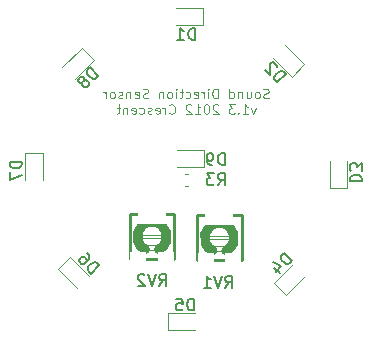
<source format=gbo>
G04 #@! TF.GenerationSoftware,KiCad,Pcbnew,(5.1.2)-1*
G04 #@! TF.CreationDate,2021-01-06T23:16:40+09:00*
G04 #@! TF.ProjectId,ssl,73736c2e-6b69-4636-9164-5f7063625858,v1.3*
G04 #@! TF.SameCoordinates,Original*
G04 #@! TF.FileFunction,Legend,Bot*
G04 #@! TF.FilePolarity,Positive*
%FSLAX46Y46*%
G04 Gerber Fmt 4.6, Leading zero omitted, Abs format (unit mm)*
G04 Created by KiCad (PCBNEW (5.1.2)-1) date 2021-01-06 23:16:40*
%MOMM*%
%LPD*%
G04 APERTURE LIST*
%ADD10C,0.120000*%
%ADD11C,0.066040*%
%ADD12C,0.254000*%
%ADD13C,0.812800*%
%ADD14C,0.150000*%
%ADD15R,1.399940X1.501540*%
%ADD16R,2.400700X1.600600*%
%ADD17C,2.302000*%
%ADD18C,1.727000*%
%ADD19O,1.802000X1.802000*%
%ADD20R,1.802000X1.802000*%
%ADD21C,1.626000*%
%ADD22C,1.626000*%
%ADD23C,0.100000*%
%ADD24C,0.977000*%
G04 APERTURE END LIST*
D10*
X107071428Y-93863809D02*
X106957142Y-93901904D01*
X106766666Y-93901904D01*
X106690476Y-93863809D01*
X106652380Y-93825714D01*
X106614285Y-93749523D01*
X106614285Y-93673333D01*
X106652380Y-93597142D01*
X106690476Y-93559047D01*
X106766666Y-93520952D01*
X106919047Y-93482857D01*
X106995238Y-93444761D01*
X107033333Y-93406666D01*
X107071428Y-93330476D01*
X107071428Y-93254285D01*
X107033333Y-93178095D01*
X106995238Y-93140000D01*
X106919047Y-93101904D01*
X106728571Y-93101904D01*
X106614285Y-93140000D01*
X106157142Y-93901904D02*
X106233333Y-93863809D01*
X106271428Y-93825714D01*
X106309523Y-93749523D01*
X106309523Y-93520952D01*
X106271428Y-93444761D01*
X106233333Y-93406666D01*
X106157142Y-93368571D01*
X106042857Y-93368571D01*
X105966666Y-93406666D01*
X105928571Y-93444761D01*
X105890476Y-93520952D01*
X105890476Y-93749523D01*
X105928571Y-93825714D01*
X105966666Y-93863809D01*
X106042857Y-93901904D01*
X106157142Y-93901904D01*
X105204761Y-93368571D02*
X105204761Y-93901904D01*
X105547619Y-93368571D02*
X105547619Y-93787619D01*
X105509523Y-93863809D01*
X105433333Y-93901904D01*
X105319047Y-93901904D01*
X105242857Y-93863809D01*
X105204761Y-93825714D01*
X104823809Y-93368571D02*
X104823809Y-93901904D01*
X104823809Y-93444761D02*
X104785714Y-93406666D01*
X104709523Y-93368571D01*
X104595238Y-93368571D01*
X104519047Y-93406666D01*
X104480952Y-93482857D01*
X104480952Y-93901904D01*
X103757142Y-93901904D02*
X103757142Y-93101904D01*
X103757142Y-93863809D02*
X103833333Y-93901904D01*
X103985714Y-93901904D01*
X104061904Y-93863809D01*
X104100000Y-93825714D01*
X104138095Y-93749523D01*
X104138095Y-93520952D01*
X104100000Y-93444761D01*
X104061904Y-93406666D01*
X103985714Y-93368571D01*
X103833333Y-93368571D01*
X103757142Y-93406666D01*
X102766666Y-93901904D02*
X102766666Y-93101904D01*
X102576190Y-93101904D01*
X102461904Y-93140000D01*
X102385714Y-93216190D01*
X102347619Y-93292380D01*
X102309523Y-93444761D01*
X102309523Y-93559047D01*
X102347619Y-93711428D01*
X102385714Y-93787619D01*
X102461904Y-93863809D01*
X102576190Y-93901904D01*
X102766666Y-93901904D01*
X101966666Y-93901904D02*
X101966666Y-93368571D01*
X101966666Y-93101904D02*
X102004761Y-93140000D01*
X101966666Y-93178095D01*
X101928571Y-93140000D01*
X101966666Y-93101904D01*
X101966666Y-93178095D01*
X101585714Y-93901904D02*
X101585714Y-93368571D01*
X101585714Y-93520952D02*
X101547619Y-93444761D01*
X101509523Y-93406666D01*
X101433333Y-93368571D01*
X101357142Y-93368571D01*
X100785714Y-93863809D02*
X100861904Y-93901904D01*
X101014285Y-93901904D01*
X101090476Y-93863809D01*
X101128571Y-93787619D01*
X101128571Y-93482857D01*
X101090476Y-93406666D01*
X101014285Y-93368571D01*
X100861904Y-93368571D01*
X100785714Y-93406666D01*
X100747619Y-93482857D01*
X100747619Y-93559047D01*
X101128571Y-93635238D01*
X100061904Y-93863809D02*
X100138095Y-93901904D01*
X100290476Y-93901904D01*
X100366666Y-93863809D01*
X100404761Y-93825714D01*
X100442857Y-93749523D01*
X100442857Y-93520952D01*
X100404761Y-93444761D01*
X100366666Y-93406666D01*
X100290476Y-93368571D01*
X100138095Y-93368571D01*
X100061904Y-93406666D01*
X99833333Y-93368571D02*
X99528571Y-93368571D01*
X99719047Y-93101904D02*
X99719047Y-93787619D01*
X99680952Y-93863809D01*
X99604761Y-93901904D01*
X99528571Y-93901904D01*
X99261904Y-93901904D02*
X99261904Y-93368571D01*
X99261904Y-93101904D02*
X99300000Y-93140000D01*
X99261904Y-93178095D01*
X99223809Y-93140000D01*
X99261904Y-93101904D01*
X99261904Y-93178095D01*
X98766666Y-93901904D02*
X98842857Y-93863809D01*
X98880952Y-93825714D01*
X98919047Y-93749523D01*
X98919047Y-93520952D01*
X98880952Y-93444761D01*
X98842857Y-93406666D01*
X98766666Y-93368571D01*
X98652380Y-93368571D01*
X98576190Y-93406666D01*
X98538095Y-93444761D01*
X98500000Y-93520952D01*
X98500000Y-93749523D01*
X98538095Y-93825714D01*
X98576190Y-93863809D01*
X98652380Y-93901904D01*
X98766666Y-93901904D01*
X98157142Y-93368571D02*
X98157142Y-93901904D01*
X98157142Y-93444761D02*
X98119047Y-93406666D01*
X98042857Y-93368571D01*
X97928571Y-93368571D01*
X97852380Y-93406666D01*
X97814285Y-93482857D01*
X97814285Y-93901904D01*
X96861904Y-93863809D02*
X96747619Y-93901904D01*
X96557142Y-93901904D01*
X96480952Y-93863809D01*
X96442857Y-93825714D01*
X96404761Y-93749523D01*
X96404761Y-93673333D01*
X96442857Y-93597142D01*
X96480952Y-93559047D01*
X96557142Y-93520952D01*
X96709523Y-93482857D01*
X96785714Y-93444761D01*
X96823809Y-93406666D01*
X96861904Y-93330476D01*
X96861904Y-93254285D01*
X96823809Y-93178095D01*
X96785714Y-93140000D01*
X96709523Y-93101904D01*
X96519047Y-93101904D01*
X96404761Y-93140000D01*
X95757142Y-93863809D02*
X95833333Y-93901904D01*
X95985714Y-93901904D01*
X96061904Y-93863809D01*
X96100000Y-93787619D01*
X96100000Y-93482857D01*
X96061904Y-93406666D01*
X95985714Y-93368571D01*
X95833333Y-93368571D01*
X95757142Y-93406666D01*
X95719047Y-93482857D01*
X95719047Y-93559047D01*
X96100000Y-93635238D01*
X95376190Y-93368571D02*
X95376190Y-93901904D01*
X95376190Y-93444761D02*
X95338095Y-93406666D01*
X95261904Y-93368571D01*
X95147619Y-93368571D01*
X95071428Y-93406666D01*
X95033333Y-93482857D01*
X95033333Y-93901904D01*
X94690476Y-93863809D02*
X94614285Y-93901904D01*
X94461904Y-93901904D01*
X94385714Y-93863809D01*
X94347619Y-93787619D01*
X94347619Y-93749523D01*
X94385714Y-93673333D01*
X94461904Y-93635238D01*
X94576190Y-93635238D01*
X94652380Y-93597142D01*
X94690476Y-93520952D01*
X94690476Y-93482857D01*
X94652380Y-93406666D01*
X94576190Y-93368571D01*
X94461904Y-93368571D01*
X94385714Y-93406666D01*
X93890476Y-93901904D02*
X93966666Y-93863809D01*
X94004761Y-93825714D01*
X94042857Y-93749523D01*
X94042857Y-93520952D01*
X94004761Y-93444761D01*
X93966666Y-93406666D01*
X93890476Y-93368571D01*
X93776190Y-93368571D01*
X93700000Y-93406666D01*
X93661904Y-93444761D01*
X93623809Y-93520952D01*
X93623809Y-93749523D01*
X93661904Y-93825714D01*
X93700000Y-93863809D01*
X93776190Y-93901904D01*
X93890476Y-93901904D01*
X93280952Y-93901904D02*
X93280952Y-93368571D01*
X93280952Y-93520952D02*
X93242857Y-93444761D01*
X93204761Y-93406666D01*
X93128571Y-93368571D01*
X93052380Y-93368571D01*
X105966666Y-94688571D02*
X105776190Y-95221904D01*
X105585714Y-94688571D01*
X104861904Y-95221904D02*
X105319047Y-95221904D01*
X105090476Y-95221904D02*
X105090476Y-94421904D01*
X105166666Y-94536190D01*
X105242857Y-94612380D01*
X105319047Y-94650476D01*
X104519047Y-95145714D02*
X104480952Y-95183809D01*
X104519047Y-95221904D01*
X104557142Y-95183809D01*
X104519047Y-95145714D01*
X104519047Y-95221904D01*
X104214285Y-94421904D02*
X103719047Y-94421904D01*
X103985714Y-94726666D01*
X103871428Y-94726666D01*
X103795238Y-94764761D01*
X103757142Y-94802857D01*
X103719047Y-94879047D01*
X103719047Y-95069523D01*
X103757142Y-95145714D01*
X103795238Y-95183809D01*
X103871428Y-95221904D01*
X104100000Y-95221904D01*
X104176190Y-95183809D01*
X104214285Y-95145714D01*
X102804761Y-94498095D02*
X102766666Y-94460000D01*
X102690476Y-94421904D01*
X102500000Y-94421904D01*
X102423809Y-94460000D01*
X102385714Y-94498095D01*
X102347619Y-94574285D01*
X102347619Y-94650476D01*
X102385714Y-94764761D01*
X102842857Y-95221904D01*
X102347619Y-95221904D01*
X101852380Y-94421904D02*
X101776190Y-94421904D01*
X101700000Y-94460000D01*
X101661904Y-94498095D01*
X101623809Y-94574285D01*
X101585714Y-94726666D01*
X101585714Y-94917142D01*
X101623809Y-95069523D01*
X101661904Y-95145714D01*
X101700000Y-95183809D01*
X101776190Y-95221904D01*
X101852380Y-95221904D01*
X101928571Y-95183809D01*
X101966666Y-95145714D01*
X102004761Y-95069523D01*
X102042857Y-94917142D01*
X102042857Y-94726666D01*
X102004761Y-94574285D01*
X101966666Y-94498095D01*
X101928571Y-94460000D01*
X101852380Y-94421904D01*
X100823809Y-95221904D02*
X101280952Y-95221904D01*
X101052380Y-95221904D02*
X101052380Y-94421904D01*
X101128571Y-94536190D01*
X101204761Y-94612380D01*
X101280952Y-94650476D01*
X100519047Y-94498095D02*
X100480952Y-94460000D01*
X100404761Y-94421904D01*
X100214285Y-94421904D01*
X100138095Y-94460000D01*
X100100000Y-94498095D01*
X100061904Y-94574285D01*
X100061904Y-94650476D01*
X100100000Y-94764761D01*
X100557142Y-95221904D01*
X100061904Y-95221904D01*
X98652380Y-95145714D02*
X98690476Y-95183809D01*
X98804761Y-95221904D01*
X98880952Y-95221904D01*
X98995238Y-95183809D01*
X99071428Y-95107619D01*
X99109523Y-95031428D01*
X99147619Y-94879047D01*
X99147619Y-94764761D01*
X99109523Y-94612380D01*
X99071428Y-94536190D01*
X98995238Y-94460000D01*
X98880952Y-94421904D01*
X98804761Y-94421904D01*
X98690476Y-94460000D01*
X98652380Y-94498095D01*
X98309523Y-95221904D02*
X98309523Y-94688571D01*
X98309523Y-94840952D02*
X98271428Y-94764761D01*
X98233333Y-94726666D01*
X98157142Y-94688571D01*
X98080952Y-94688571D01*
X97509523Y-95183809D02*
X97585714Y-95221904D01*
X97738095Y-95221904D01*
X97814285Y-95183809D01*
X97852380Y-95107619D01*
X97852380Y-94802857D01*
X97814285Y-94726666D01*
X97738095Y-94688571D01*
X97585714Y-94688571D01*
X97509523Y-94726666D01*
X97471428Y-94802857D01*
X97471428Y-94879047D01*
X97852380Y-94955238D01*
X97166666Y-95183809D02*
X97090476Y-95221904D01*
X96938095Y-95221904D01*
X96861904Y-95183809D01*
X96823809Y-95107619D01*
X96823809Y-95069523D01*
X96861904Y-94993333D01*
X96938095Y-94955238D01*
X97052380Y-94955238D01*
X97128571Y-94917142D01*
X97166666Y-94840952D01*
X97166666Y-94802857D01*
X97128571Y-94726666D01*
X97052380Y-94688571D01*
X96938095Y-94688571D01*
X96861904Y-94726666D01*
X96138095Y-95183809D02*
X96214285Y-95221904D01*
X96366666Y-95221904D01*
X96442857Y-95183809D01*
X96480952Y-95145714D01*
X96519047Y-95069523D01*
X96519047Y-94840952D01*
X96480952Y-94764761D01*
X96442857Y-94726666D01*
X96366666Y-94688571D01*
X96214285Y-94688571D01*
X96138095Y-94726666D01*
X95490476Y-95183809D02*
X95566666Y-95221904D01*
X95719047Y-95221904D01*
X95795238Y-95183809D01*
X95833333Y-95107619D01*
X95833333Y-94802857D01*
X95795238Y-94726666D01*
X95719047Y-94688571D01*
X95566666Y-94688571D01*
X95490476Y-94726666D01*
X95452380Y-94802857D01*
X95452380Y-94879047D01*
X95833333Y-94955238D01*
X95109523Y-94688571D02*
X95109523Y-95221904D01*
X95109523Y-94764761D02*
X95071428Y-94726666D01*
X94995238Y-94688571D01*
X94880952Y-94688571D01*
X94804761Y-94726666D01*
X94766666Y-94802857D01*
X94766666Y-95221904D01*
X94500000Y-94688571D02*
X94195238Y-94688571D01*
X94385714Y-94421904D02*
X94385714Y-95107619D01*
X94347619Y-95183809D01*
X94271428Y-95221904D01*
X94195238Y-95221904D01*
D11*
X97847700Y-106748080D02*
X96552300Y-106748080D01*
X96552300Y-106748080D02*
X96552300Y-106349300D01*
X97847700Y-106349300D02*
X96552300Y-106349300D01*
X97847700Y-106748080D02*
X97847700Y-106349300D01*
X98249020Y-105749860D02*
X96150980Y-105749860D01*
X96150980Y-105749860D02*
X96150980Y-105450140D01*
X98249020Y-105450140D02*
X96150980Y-105450140D01*
X98249020Y-105749860D02*
X98249020Y-105450140D01*
D12*
X99099920Y-103700080D02*
X99099920Y-107499920D01*
X99099920Y-107499920D02*
X95300080Y-107499920D01*
X95300080Y-107499920D02*
X95300080Y-103700080D01*
X95300080Y-103700080D02*
X99099920Y-103700080D01*
X99099920Y-106748080D02*
X99099920Y-103700080D01*
X99099920Y-103700080D02*
X98548740Y-103700080D01*
X95300080Y-106748080D02*
X95300080Y-103700080D01*
X95300080Y-103700080D02*
X95851260Y-103700080D01*
D13*
X96598331Y-106698602D02*
G75*
G02X97799440Y-106699820I601669J1098602D01*
G01*
D10*
X92269777Y-90669670D02*
X90654038Y-92285409D01*
X91230330Y-89630223D02*
X92269777Y-90669670D01*
X89614591Y-91245962D02*
X91230330Y-89630223D01*
X87935000Y-98515000D02*
X87935000Y-100800000D01*
X86465000Y-98515000D02*
X87935000Y-98515000D01*
X86465000Y-100800000D02*
X86465000Y-98515000D01*
X90269670Y-107330223D02*
X91885409Y-108945962D01*
X89230223Y-108369670D02*
X90269670Y-107330223D01*
X90845962Y-109985409D02*
X89230223Y-108369670D01*
X98515000Y-112065000D02*
X100800000Y-112065000D01*
X98515000Y-113535000D02*
X98515000Y-112065000D01*
X100800000Y-113535000D02*
X98515000Y-113535000D01*
X107530223Y-109530330D02*
X109145962Y-107914591D01*
X108569670Y-110569777D02*
X107530223Y-109530330D01*
X110185409Y-108954038D02*
X108569670Y-110569777D01*
X112265000Y-101485000D02*
X112265000Y-99200000D01*
X113735000Y-101485000D02*
X112265000Y-101485000D01*
X113735000Y-99200000D02*
X113735000Y-101485000D01*
X109030330Y-92069777D02*
X107414591Y-90454038D01*
X110069777Y-91030330D02*
X109030330Y-92069777D01*
X108454038Y-89414591D02*
X110069777Y-91030330D01*
X101485000Y-87735000D02*
X99200000Y-87735000D01*
X101485000Y-86265000D02*
X101485000Y-87735000D01*
X99200000Y-86265000D02*
X101485000Y-86265000D01*
D13*
X102298331Y-106796602D02*
G75*
G02X103499440Y-106797820I601669J1098602D01*
G01*
D12*
X101000080Y-103798080D02*
X101551260Y-103798080D01*
X101000080Y-106846080D02*
X101000080Y-103798080D01*
X104799920Y-103798080D02*
X104248740Y-103798080D01*
X104799920Y-106846080D02*
X104799920Y-103798080D01*
X101000080Y-103798080D02*
X104799920Y-103798080D01*
X101000080Y-107597920D02*
X101000080Y-103798080D01*
X104799920Y-107597920D02*
X101000080Y-107597920D01*
X104799920Y-103798080D02*
X104799920Y-107597920D01*
D11*
X103949020Y-105847860D02*
X103949020Y-105548140D01*
X103949020Y-105548140D02*
X101850980Y-105548140D01*
X101850980Y-105847860D02*
X101850980Y-105548140D01*
X103949020Y-105847860D02*
X101850980Y-105847860D01*
X103547700Y-106846080D02*
X103547700Y-106447300D01*
X103547700Y-106447300D02*
X102252300Y-106447300D01*
X102252300Y-106846080D02*
X102252300Y-106447300D01*
X103547700Y-106846080D02*
X102252300Y-106846080D01*
D10*
X99300000Y-98265000D02*
X101585000Y-98265000D01*
X101585000Y-98265000D02*
X101585000Y-99735000D01*
X101585000Y-99735000D02*
X99300000Y-99735000D01*
X99949221Y-101310000D02*
X100274779Y-101310000D01*
X99949221Y-100290000D02*
X100274779Y-100290000D01*
D14*
X97795238Y-109802380D02*
X98128571Y-109326190D01*
X98366666Y-109802380D02*
X98366666Y-108802380D01*
X97985714Y-108802380D01*
X97890476Y-108850000D01*
X97842857Y-108897619D01*
X97795238Y-108992857D01*
X97795238Y-109135714D01*
X97842857Y-109230952D01*
X97890476Y-109278571D01*
X97985714Y-109326190D01*
X98366666Y-109326190D01*
X97509523Y-108802380D02*
X97176190Y-109802380D01*
X96842857Y-108802380D01*
X96557142Y-108897619D02*
X96509523Y-108850000D01*
X96414285Y-108802380D01*
X96176190Y-108802380D01*
X96080952Y-108850000D01*
X96033333Y-108897619D01*
X95985714Y-108992857D01*
X95985714Y-109088095D01*
X96033333Y-109230952D01*
X96604761Y-109802380D01*
X95985714Y-109802380D01*
X92641793Y-91997969D02*
X91934687Y-91290862D01*
X91766328Y-91459221D01*
X91698984Y-91593908D01*
X91698984Y-91728595D01*
X91732656Y-91829610D01*
X91833671Y-91997969D01*
X91934687Y-92098984D01*
X92103045Y-92200000D01*
X92204061Y-92233671D01*
X92338748Y-92233671D01*
X92473435Y-92166328D01*
X92641793Y-91997969D01*
X91429610Y-92402030D02*
X91463282Y-92301015D01*
X91463282Y-92233671D01*
X91429610Y-92132656D01*
X91395938Y-92098984D01*
X91294923Y-92065312D01*
X91227580Y-92065312D01*
X91126564Y-92098984D01*
X90991877Y-92233671D01*
X90958206Y-92334687D01*
X90958206Y-92402030D01*
X90991877Y-92503045D01*
X91025549Y-92536717D01*
X91126564Y-92570389D01*
X91193908Y-92570389D01*
X91294923Y-92536717D01*
X91429610Y-92402030D01*
X91530625Y-92368358D01*
X91597969Y-92368358D01*
X91698984Y-92402030D01*
X91833671Y-92536717D01*
X91867343Y-92637732D01*
X91867343Y-92705076D01*
X91833671Y-92806091D01*
X91698984Y-92940778D01*
X91597969Y-92974450D01*
X91530625Y-92974450D01*
X91429610Y-92940778D01*
X91294923Y-92806091D01*
X91261251Y-92705076D01*
X91261251Y-92637732D01*
X91294923Y-92536717D01*
X86152380Y-99261904D02*
X85152380Y-99261904D01*
X85152380Y-99500000D01*
X85200000Y-99642857D01*
X85295238Y-99738095D01*
X85390476Y-99785714D01*
X85580952Y-99833333D01*
X85723809Y-99833333D01*
X85914285Y-99785714D01*
X86009523Y-99738095D01*
X86104761Y-99642857D01*
X86152380Y-99500000D01*
X86152380Y-99261904D01*
X85152380Y-100166666D02*
X85152380Y-100833333D01*
X86152380Y-100404761D01*
X92002030Y-108741793D02*
X92709137Y-108034687D01*
X92540778Y-107866328D01*
X92406091Y-107798984D01*
X92271404Y-107798984D01*
X92170389Y-107832656D01*
X92002030Y-107933671D01*
X91901015Y-108034687D01*
X91800000Y-108203045D01*
X91766328Y-108304061D01*
X91766328Y-108438748D01*
X91833671Y-108573435D01*
X92002030Y-108741793D01*
X91698984Y-107024534D02*
X91833671Y-107159221D01*
X91867343Y-107260236D01*
X91867343Y-107327580D01*
X91833671Y-107495938D01*
X91732656Y-107664297D01*
X91463282Y-107933671D01*
X91362267Y-107967343D01*
X91294923Y-107967343D01*
X91193908Y-107933671D01*
X91059221Y-107798984D01*
X91025549Y-107697969D01*
X91025549Y-107630625D01*
X91059221Y-107529610D01*
X91227580Y-107361251D01*
X91328595Y-107327580D01*
X91395938Y-107327580D01*
X91496954Y-107361251D01*
X91631641Y-107495938D01*
X91665312Y-107596954D01*
X91665312Y-107664297D01*
X91631641Y-107765312D01*
X100738095Y-111852380D02*
X100738095Y-110852380D01*
X100500000Y-110852380D01*
X100357142Y-110900000D01*
X100261904Y-110995238D01*
X100214285Y-111090476D01*
X100166666Y-111280952D01*
X100166666Y-111423809D01*
X100214285Y-111614285D01*
X100261904Y-111709523D01*
X100357142Y-111804761D01*
X100500000Y-111852380D01*
X100738095Y-111852380D01*
X99261904Y-110852380D02*
X99738095Y-110852380D01*
X99785714Y-111328571D01*
X99738095Y-111280952D01*
X99642857Y-111233333D01*
X99404761Y-111233333D01*
X99309523Y-111280952D01*
X99261904Y-111328571D01*
X99214285Y-111423809D01*
X99214285Y-111661904D01*
X99261904Y-111757142D01*
X99309523Y-111804761D01*
X99404761Y-111852380D01*
X99642857Y-111852380D01*
X99738095Y-111804761D01*
X99785714Y-111757142D01*
X109041792Y-107697969D02*
X108334686Y-106990862D01*
X108166327Y-107159221D01*
X108098983Y-107293908D01*
X108098983Y-107428595D01*
X108132655Y-107529610D01*
X108233670Y-107697969D01*
X108334686Y-107798984D01*
X108503044Y-107900000D01*
X108604060Y-107933671D01*
X108738747Y-107933671D01*
X108873434Y-107866328D01*
X109041792Y-107697969D01*
X107560235Y-108236717D02*
X108031640Y-108708122D01*
X107459220Y-107798984D02*
X108132655Y-108135702D01*
X107694922Y-108573435D01*
X113947619Y-100938095D02*
X114947619Y-100938095D01*
X114947619Y-100700000D01*
X114900000Y-100557142D01*
X114804761Y-100461904D01*
X114709523Y-100414285D01*
X114519047Y-100366666D01*
X114376190Y-100366666D01*
X114185714Y-100414285D01*
X114090476Y-100461904D01*
X113995238Y-100557142D01*
X113947619Y-100700000D01*
X113947619Y-100938095D01*
X114947619Y-100033333D02*
X114947619Y-99414285D01*
X114566666Y-99747619D01*
X114566666Y-99604761D01*
X114519047Y-99509523D01*
X114471428Y-99461904D01*
X114376190Y-99414285D01*
X114138095Y-99414285D01*
X114042857Y-99461904D01*
X113995238Y-99509523D01*
X113947619Y-99604761D01*
X113947619Y-99890476D01*
X113995238Y-99985714D01*
X114042857Y-100033333D01*
X107802030Y-92541793D02*
X108509137Y-91834687D01*
X108340778Y-91666328D01*
X108206091Y-91598984D01*
X108071404Y-91598984D01*
X107970389Y-91632656D01*
X107802030Y-91733671D01*
X107701015Y-91834687D01*
X107600000Y-92003045D01*
X107566328Y-92104061D01*
X107566328Y-92238748D01*
X107633671Y-92373435D01*
X107802030Y-92541793D01*
X107768358Y-91228595D02*
X107768358Y-91161251D01*
X107734687Y-91060236D01*
X107566328Y-90891877D01*
X107465312Y-90858206D01*
X107397969Y-90858206D01*
X107296954Y-90891877D01*
X107229610Y-90959221D01*
X107162267Y-91093908D01*
X107162267Y-91902030D01*
X106724534Y-91464297D01*
X100838095Y-88952380D02*
X100838095Y-87952380D01*
X100600000Y-87952380D01*
X100457142Y-88000000D01*
X100361904Y-88095238D01*
X100314285Y-88190476D01*
X100266666Y-88380952D01*
X100266666Y-88523809D01*
X100314285Y-88714285D01*
X100361904Y-88809523D01*
X100457142Y-88904761D01*
X100600000Y-88952380D01*
X100838095Y-88952380D01*
X99314285Y-88952380D02*
X99885714Y-88952380D01*
X99600000Y-88952380D02*
X99600000Y-87952380D01*
X99695238Y-88095238D01*
X99790476Y-88190476D01*
X99885714Y-88238095D01*
X103395238Y-109952060D02*
X103728571Y-109475870D01*
X103966666Y-109952060D02*
X103966666Y-108952060D01*
X103585714Y-108952060D01*
X103490476Y-108999680D01*
X103442857Y-109047299D01*
X103395238Y-109142537D01*
X103395238Y-109285394D01*
X103442857Y-109380632D01*
X103490476Y-109428251D01*
X103585714Y-109475870D01*
X103966666Y-109475870D01*
X103109523Y-108952060D02*
X102776190Y-109952060D01*
X102442857Y-108952060D01*
X101585714Y-109952060D02*
X102157142Y-109952060D01*
X101871428Y-109952060D02*
X101871428Y-108952060D01*
X101966666Y-109094918D01*
X102061904Y-109190156D01*
X102157142Y-109237775D01*
X103338095Y-99552380D02*
X103338095Y-98552380D01*
X103100000Y-98552380D01*
X102957142Y-98600000D01*
X102861904Y-98695238D01*
X102814285Y-98790476D01*
X102766666Y-98980952D01*
X102766666Y-99123809D01*
X102814285Y-99314285D01*
X102861904Y-99409523D01*
X102957142Y-99504761D01*
X103100000Y-99552380D01*
X103338095Y-99552380D01*
X102290476Y-99552380D02*
X102100000Y-99552380D01*
X102004761Y-99504761D01*
X101957142Y-99457142D01*
X101861904Y-99314285D01*
X101814285Y-99123809D01*
X101814285Y-98742857D01*
X101861904Y-98647619D01*
X101909523Y-98600000D01*
X102004761Y-98552380D01*
X102195238Y-98552380D01*
X102290476Y-98600000D01*
X102338095Y-98647619D01*
X102385714Y-98742857D01*
X102385714Y-98980952D01*
X102338095Y-99076190D01*
X102290476Y-99123809D01*
X102195238Y-99171428D01*
X102004761Y-99171428D01*
X101909523Y-99123809D01*
X101861904Y-99076190D01*
X101814285Y-98980952D01*
X102766166Y-101252380D02*
X103099500Y-100776190D01*
X103337595Y-101252380D02*
X103337595Y-100252380D01*
X102956642Y-100252380D01*
X102861404Y-100300000D01*
X102813785Y-100347619D01*
X102766166Y-100442857D01*
X102766166Y-100585714D01*
X102813785Y-100680952D01*
X102861404Y-100728571D01*
X102956642Y-100776190D01*
X103337595Y-100776190D01*
X102432833Y-100252380D02*
X101813785Y-100252380D01*
X102147119Y-100633333D01*
X102004261Y-100633333D01*
X101909023Y-100680952D01*
X101861404Y-100728571D01*
X101813785Y-100823809D01*
X101813785Y-101061904D01*
X101861404Y-101157142D01*
X101909023Y-101204761D01*
X102004261Y-101252380D01*
X102289976Y-101252380D01*
X102385214Y-101204761D01*
X102432833Y-101157142D01*
%LPC*%
D15*
X98348080Y-107649780D03*
D16*
X97200000Y-103801680D03*
D15*
X96051920Y-107649780D03*
D17*
X112200000Y-112200000D03*
X112200000Y-87900000D03*
X87900000Y-112200000D03*
D18*
X82000000Y-100000000D03*
X100000000Y-118000000D03*
X118000000Y-100000000D03*
X100000000Y-82000000D03*
D19*
X110700000Y-103720000D03*
X110700000Y-101180000D03*
X110700000Y-98640000D03*
D20*
X110700000Y-96100000D03*
D19*
X89300000Y-102780000D03*
X89300000Y-100240000D03*
D20*
X89300000Y-97700000D03*
D21*
X90514241Y-86685759D03*
D22*
X90416660Y-86588178D02*
X90611822Y-86783340D01*
D21*
X89100027Y-88099973D03*
D22*
X89002446Y-88002392D02*
X89197608Y-88197554D01*
D21*
X87685814Y-89514186D03*
D22*
X87588233Y-89416605D02*
X87783395Y-89611767D01*
D21*
X86271600Y-90928400D03*
D22*
X86174019Y-90830819D02*
X86369181Y-91025981D01*
D23*
G36*
X90140577Y-91141835D02*
G01*
X90164287Y-91145352D01*
X90187538Y-91151176D01*
X90210106Y-91159251D01*
X90231775Y-91169500D01*
X90252334Y-91181823D01*
X90271587Y-91196101D01*
X90289347Y-91212198D01*
X90687802Y-91610653D01*
X90703899Y-91628413D01*
X90718177Y-91647666D01*
X90730500Y-91668225D01*
X90740749Y-91689894D01*
X90748824Y-91712462D01*
X90754648Y-91735713D01*
X90758165Y-91759423D01*
X90759341Y-91783364D01*
X90758165Y-91807305D01*
X90754648Y-91831015D01*
X90748824Y-91854266D01*
X90740749Y-91876834D01*
X90730500Y-91898503D01*
X90718177Y-91919062D01*
X90703899Y-91938315D01*
X90687802Y-91956075D01*
X90342381Y-92301496D01*
X90324621Y-92317593D01*
X90305368Y-92331871D01*
X90284809Y-92344194D01*
X90263140Y-92354443D01*
X90240572Y-92362518D01*
X90217321Y-92368342D01*
X90193611Y-92371859D01*
X90169670Y-92373035D01*
X90145729Y-92371859D01*
X90122019Y-92368342D01*
X90098768Y-92362518D01*
X90076200Y-92354443D01*
X90054531Y-92344194D01*
X90033972Y-92331871D01*
X90014719Y-92317593D01*
X89996959Y-92301496D01*
X89598504Y-91903041D01*
X89582407Y-91885281D01*
X89568129Y-91866028D01*
X89555806Y-91845469D01*
X89545557Y-91823800D01*
X89537482Y-91801232D01*
X89531658Y-91777981D01*
X89528141Y-91754271D01*
X89526965Y-91730330D01*
X89528141Y-91706389D01*
X89531658Y-91682679D01*
X89537482Y-91659428D01*
X89545557Y-91636860D01*
X89555806Y-91615191D01*
X89568129Y-91594632D01*
X89582407Y-91575379D01*
X89598504Y-91557619D01*
X89943925Y-91212198D01*
X89961685Y-91196101D01*
X89980938Y-91181823D01*
X90001497Y-91169500D01*
X90023166Y-91159251D01*
X90045734Y-91151176D01*
X90068985Y-91145352D01*
X90092695Y-91141835D01*
X90116636Y-91140659D01*
X90140577Y-91141835D01*
X90140577Y-91141835D01*
G37*
D24*
X90143153Y-91756847D03*
D23*
G36*
X91254271Y-90028141D02*
G01*
X91277981Y-90031658D01*
X91301232Y-90037482D01*
X91323800Y-90045557D01*
X91345469Y-90055806D01*
X91366028Y-90068129D01*
X91385281Y-90082407D01*
X91403041Y-90098504D01*
X91801496Y-90496959D01*
X91817593Y-90514719D01*
X91831871Y-90533972D01*
X91844194Y-90554531D01*
X91854443Y-90576200D01*
X91862518Y-90598768D01*
X91868342Y-90622019D01*
X91871859Y-90645729D01*
X91873035Y-90669670D01*
X91871859Y-90693611D01*
X91868342Y-90717321D01*
X91862518Y-90740572D01*
X91854443Y-90763140D01*
X91844194Y-90784809D01*
X91831871Y-90805368D01*
X91817593Y-90824621D01*
X91801496Y-90842381D01*
X91456075Y-91187802D01*
X91438315Y-91203899D01*
X91419062Y-91218177D01*
X91398503Y-91230500D01*
X91376834Y-91240749D01*
X91354266Y-91248824D01*
X91331015Y-91254648D01*
X91307305Y-91258165D01*
X91283364Y-91259341D01*
X91259423Y-91258165D01*
X91235713Y-91254648D01*
X91212462Y-91248824D01*
X91189894Y-91240749D01*
X91168225Y-91230500D01*
X91147666Y-91218177D01*
X91128413Y-91203899D01*
X91110653Y-91187802D01*
X90712198Y-90789347D01*
X90696101Y-90771587D01*
X90681823Y-90752334D01*
X90669500Y-90731775D01*
X90659251Y-90710106D01*
X90651176Y-90687538D01*
X90645352Y-90664287D01*
X90641835Y-90640577D01*
X90640659Y-90616636D01*
X90641835Y-90592695D01*
X90645352Y-90568985D01*
X90651176Y-90545734D01*
X90659251Y-90523166D01*
X90669500Y-90501497D01*
X90681823Y-90480938D01*
X90696101Y-90461685D01*
X90712198Y-90443925D01*
X91057619Y-90098504D01*
X91075379Y-90082407D01*
X91094632Y-90068129D01*
X91115191Y-90055806D01*
X91136860Y-90045557D01*
X91159428Y-90037482D01*
X91182679Y-90031658D01*
X91206389Y-90028141D01*
X91230330Y-90026965D01*
X91254271Y-90028141D01*
X91254271Y-90028141D01*
G37*
D24*
X91256847Y-90643153D03*
D23*
G36*
X87505691Y-100300176D02*
G01*
X87529401Y-100303693D01*
X87552652Y-100309517D01*
X87575220Y-100317592D01*
X87596889Y-100327841D01*
X87617448Y-100340164D01*
X87636701Y-100354442D01*
X87654461Y-100370539D01*
X87670558Y-100388299D01*
X87684836Y-100407552D01*
X87697159Y-100428111D01*
X87707408Y-100449780D01*
X87715483Y-100472348D01*
X87721307Y-100495599D01*
X87724824Y-100519309D01*
X87726000Y-100543250D01*
X87726000Y-101031750D01*
X87724824Y-101055691D01*
X87721307Y-101079401D01*
X87715483Y-101102652D01*
X87707408Y-101125220D01*
X87697159Y-101146889D01*
X87684836Y-101167448D01*
X87670558Y-101186701D01*
X87654461Y-101204461D01*
X87636701Y-101220558D01*
X87617448Y-101234836D01*
X87596889Y-101247159D01*
X87575220Y-101257408D01*
X87552652Y-101265483D01*
X87529401Y-101271307D01*
X87505691Y-101274824D01*
X87481750Y-101276000D01*
X86918250Y-101276000D01*
X86894309Y-101274824D01*
X86870599Y-101271307D01*
X86847348Y-101265483D01*
X86824780Y-101257408D01*
X86803111Y-101247159D01*
X86782552Y-101234836D01*
X86763299Y-101220558D01*
X86745539Y-101204461D01*
X86729442Y-101186701D01*
X86715164Y-101167448D01*
X86702841Y-101146889D01*
X86692592Y-101125220D01*
X86684517Y-101102652D01*
X86678693Y-101079401D01*
X86675176Y-101055691D01*
X86674000Y-101031750D01*
X86674000Y-100543250D01*
X86675176Y-100519309D01*
X86678693Y-100495599D01*
X86684517Y-100472348D01*
X86692592Y-100449780D01*
X86702841Y-100428111D01*
X86715164Y-100407552D01*
X86729442Y-100388299D01*
X86745539Y-100370539D01*
X86763299Y-100354442D01*
X86782552Y-100340164D01*
X86803111Y-100327841D01*
X86824780Y-100317592D01*
X86847348Y-100309517D01*
X86870599Y-100303693D01*
X86894309Y-100300176D01*
X86918250Y-100299000D01*
X87481750Y-100299000D01*
X87505691Y-100300176D01*
X87505691Y-100300176D01*
G37*
D24*
X87200000Y-100787500D03*
D23*
G36*
X87505691Y-98725176D02*
G01*
X87529401Y-98728693D01*
X87552652Y-98734517D01*
X87575220Y-98742592D01*
X87596889Y-98752841D01*
X87617448Y-98765164D01*
X87636701Y-98779442D01*
X87654461Y-98795539D01*
X87670558Y-98813299D01*
X87684836Y-98832552D01*
X87697159Y-98853111D01*
X87707408Y-98874780D01*
X87715483Y-98897348D01*
X87721307Y-98920599D01*
X87724824Y-98944309D01*
X87726000Y-98968250D01*
X87726000Y-99456750D01*
X87724824Y-99480691D01*
X87721307Y-99504401D01*
X87715483Y-99527652D01*
X87707408Y-99550220D01*
X87697159Y-99571889D01*
X87684836Y-99592448D01*
X87670558Y-99611701D01*
X87654461Y-99629461D01*
X87636701Y-99645558D01*
X87617448Y-99659836D01*
X87596889Y-99672159D01*
X87575220Y-99682408D01*
X87552652Y-99690483D01*
X87529401Y-99696307D01*
X87505691Y-99699824D01*
X87481750Y-99701000D01*
X86918250Y-99701000D01*
X86894309Y-99699824D01*
X86870599Y-99696307D01*
X86847348Y-99690483D01*
X86824780Y-99682408D01*
X86803111Y-99672159D01*
X86782552Y-99659836D01*
X86763299Y-99645558D01*
X86745539Y-99629461D01*
X86729442Y-99611701D01*
X86715164Y-99592448D01*
X86702841Y-99571889D01*
X86692592Y-99550220D01*
X86684517Y-99527652D01*
X86678693Y-99504401D01*
X86675176Y-99480691D01*
X86674000Y-99456750D01*
X86674000Y-98968250D01*
X86675176Y-98944309D01*
X86678693Y-98920599D01*
X86684517Y-98897348D01*
X86692592Y-98874780D01*
X86702841Y-98853111D01*
X86715164Y-98832552D01*
X86729442Y-98813299D01*
X86745539Y-98795539D01*
X86763299Y-98779442D01*
X86782552Y-98765164D01*
X86803111Y-98752841D01*
X86824780Y-98742592D01*
X86847348Y-98734517D01*
X86870599Y-98728693D01*
X86894309Y-98725176D01*
X86918250Y-98724000D01*
X87481750Y-98724000D01*
X87505691Y-98725176D01*
X87505691Y-98725176D01*
G37*
D24*
X87200000Y-99212500D03*
D23*
G36*
X91407305Y-108841835D02*
G01*
X91431015Y-108845352D01*
X91454266Y-108851176D01*
X91476834Y-108859251D01*
X91498503Y-108869500D01*
X91519062Y-108881823D01*
X91538315Y-108896101D01*
X91556075Y-108912198D01*
X91901496Y-109257619D01*
X91917593Y-109275379D01*
X91931871Y-109294632D01*
X91944194Y-109315191D01*
X91954443Y-109336860D01*
X91962518Y-109359428D01*
X91968342Y-109382679D01*
X91971859Y-109406389D01*
X91973035Y-109430330D01*
X91971859Y-109454271D01*
X91968342Y-109477981D01*
X91962518Y-109501232D01*
X91954443Y-109523800D01*
X91944194Y-109545469D01*
X91931871Y-109566028D01*
X91917593Y-109585281D01*
X91901496Y-109603041D01*
X91503041Y-110001496D01*
X91485281Y-110017593D01*
X91466028Y-110031871D01*
X91445469Y-110044194D01*
X91423800Y-110054443D01*
X91401232Y-110062518D01*
X91377981Y-110068342D01*
X91354271Y-110071859D01*
X91330330Y-110073035D01*
X91306389Y-110071859D01*
X91282679Y-110068342D01*
X91259428Y-110062518D01*
X91236860Y-110054443D01*
X91215191Y-110044194D01*
X91194632Y-110031871D01*
X91175379Y-110017593D01*
X91157619Y-110001496D01*
X90812198Y-109656075D01*
X90796101Y-109638315D01*
X90781823Y-109619062D01*
X90769500Y-109598503D01*
X90759251Y-109576834D01*
X90751176Y-109554266D01*
X90745352Y-109531015D01*
X90741835Y-109507305D01*
X90740659Y-109483364D01*
X90741835Y-109459423D01*
X90745352Y-109435713D01*
X90751176Y-109412462D01*
X90759251Y-109389894D01*
X90769500Y-109368225D01*
X90781823Y-109347666D01*
X90796101Y-109328413D01*
X90812198Y-109310653D01*
X91210653Y-108912198D01*
X91228413Y-108896101D01*
X91247666Y-108881823D01*
X91268225Y-108869500D01*
X91289894Y-108859251D01*
X91312462Y-108851176D01*
X91335713Y-108845352D01*
X91359423Y-108841835D01*
X91383364Y-108840659D01*
X91407305Y-108841835D01*
X91407305Y-108841835D01*
G37*
D24*
X91356847Y-109456847D03*
D23*
G36*
X90293611Y-107728141D02*
G01*
X90317321Y-107731658D01*
X90340572Y-107737482D01*
X90363140Y-107745557D01*
X90384809Y-107755806D01*
X90405368Y-107768129D01*
X90424621Y-107782407D01*
X90442381Y-107798504D01*
X90787802Y-108143925D01*
X90803899Y-108161685D01*
X90818177Y-108180938D01*
X90830500Y-108201497D01*
X90840749Y-108223166D01*
X90848824Y-108245734D01*
X90854648Y-108268985D01*
X90858165Y-108292695D01*
X90859341Y-108316636D01*
X90858165Y-108340577D01*
X90854648Y-108364287D01*
X90848824Y-108387538D01*
X90840749Y-108410106D01*
X90830500Y-108431775D01*
X90818177Y-108452334D01*
X90803899Y-108471587D01*
X90787802Y-108489347D01*
X90389347Y-108887802D01*
X90371587Y-108903899D01*
X90352334Y-108918177D01*
X90331775Y-108930500D01*
X90310106Y-108940749D01*
X90287538Y-108948824D01*
X90264287Y-108954648D01*
X90240577Y-108958165D01*
X90216636Y-108959341D01*
X90192695Y-108958165D01*
X90168985Y-108954648D01*
X90145734Y-108948824D01*
X90123166Y-108940749D01*
X90101497Y-108930500D01*
X90080938Y-108918177D01*
X90061685Y-108903899D01*
X90043925Y-108887802D01*
X89698504Y-108542381D01*
X89682407Y-108524621D01*
X89668129Y-108505368D01*
X89655806Y-108484809D01*
X89645557Y-108463140D01*
X89637482Y-108440572D01*
X89631658Y-108417321D01*
X89628141Y-108393611D01*
X89626965Y-108369670D01*
X89628141Y-108345729D01*
X89631658Y-108322019D01*
X89637482Y-108298768D01*
X89645557Y-108276200D01*
X89655806Y-108254531D01*
X89668129Y-108233972D01*
X89682407Y-108214719D01*
X89698504Y-108196959D01*
X90096959Y-107798504D01*
X90114719Y-107782407D01*
X90133972Y-107768129D01*
X90154531Y-107755806D01*
X90176200Y-107745557D01*
X90198768Y-107737482D01*
X90222019Y-107731658D01*
X90245729Y-107728141D01*
X90269670Y-107726965D01*
X90293611Y-107728141D01*
X90293611Y-107728141D01*
G37*
D24*
X90243153Y-108343153D03*
D23*
G36*
X101055691Y-112275176D02*
G01*
X101079401Y-112278693D01*
X101102652Y-112284517D01*
X101125220Y-112292592D01*
X101146889Y-112302841D01*
X101167448Y-112315164D01*
X101186701Y-112329442D01*
X101204461Y-112345539D01*
X101220558Y-112363299D01*
X101234836Y-112382552D01*
X101247159Y-112403111D01*
X101257408Y-112424780D01*
X101265483Y-112447348D01*
X101271307Y-112470599D01*
X101274824Y-112494309D01*
X101276000Y-112518250D01*
X101276000Y-113081750D01*
X101274824Y-113105691D01*
X101271307Y-113129401D01*
X101265483Y-113152652D01*
X101257408Y-113175220D01*
X101247159Y-113196889D01*
X101234836Y-113217448D01*
X101220558Y-113236701D01*
X101204461Y-113254461D01*
X101186701Y-113270558D01*
X101167448Y-113284836D01*
X101146889Y-113297159D01*
X101125220Y-113307408D01*
X101102652Y-113315483D01*
X101079401Y-113321307D01*
X101055691Y-113324824D01*
X101031750Y-113326000D01*
X100543250Y-113326000D01*
X100519309Y-113324824D01*
X100495599Y-113321307D01*
X100472348Y-113315483D01*
X100449780Y-113307408D01*
X100428111Y-113297159D01*
X100407552Y-113284836D01*
X100388299Y-113270558D01*
X100370539Y-113254461D01*
X100354442Y-113236701D01*
X100340164Y-113217448D01*
X100327841Y-113196889D01*
X100317592Y-113175220D01*
X100309517Y-113152652D01*
X100303693Y-113129401D01*
X100300176Y-113105691D01*
X100299000Y-113081750D01*
X100299000Y-112518250D01*
X100300176Y-112494309D01*
X100303693Y-112470599D01*
X100309517Y-112447348D01*
X100317592Y-112424780D01*
X100327841Y-112403111D01*
X100340164Y-112382552D01*
X100354442Y-112363299D01*
X100370539Y-112345539D01*
X100388299Y-112329442D01*
X100407552Y-112315164D01*
X100428111Y-112302841D01*
X100449780Y-112292592D01*
X100472348Y-112284517D01*
X100495599Y-112278693D01*
X100519309Y-112275176D01*
X100543250Y-112274000D01*
X101031750Y-112274000D01*
X101055691Y-112275176D01*
X101055691Y-112275176D01*
G37*
D24*
X100787500Y-112800000D03*
D23*
G36*
X99480691Y-112275176D02*
G01*
X99504401Y-112278693D01*
X99527652Y-112284517D01*
X99550220Y-112292592D01*
X99571889Y-112302841D01*
X99592448Y-112315164D01*
X99611701Y-112329442D01*
X99629461Y-112345539D01*
X99645558Y-112363299D01*
X99659836Y-112382552D01*
X99672159Y-112403111D01*
X99682408Y-112424780D01*
X99690483Y-112447348D01*
X99696307Y-112470599D01*
X99699824Y-112494309D01*
X99701000Y-112518250D01*
X99701000Y-113081750D01*
X99699824Y-113105691D01*
X99696307Y-113129401D01*
X99690483Y-113152652D01*
X99682408Y-113175220D01*
X99672159Y-113196889D01*
X99659836Y-113217448D01*
X99645558Y-113236701D01*
X99629461Y-113254461D01*
X99611701Y-113270558D01*
X99592448Y-113284836D01*
X99571889Y-113297159D01*
X99550220Y-113307408D01*
X99527652Y-113315483D01*
X99504401Y-113321307D01*
X99480691Y-113324824D01*
X99456750Y-113326000D01*
X98968250Y-113326000D01*
X98944309Y-113324824D01*
X98920599Y-113321307D01*
X98897348Y-113315483D01*
X98874780Y-113307408D01*
X98853111Y-113297159D01*
X98832552Y-113284836D01*
X98813299Y-113270558D01*
X98795539Y-113254461D01*
X98779442Y-113236701D01*
X98765164Y-113217448D01*
X98752841Y-113196889D01*
X98742592Y-113175220D01*
X98734517Y-113152652D01*
X98728693Y-113129401D01*
X98725176Y-113105691D01*
X98724000Y-113081750D01*
X98724000Y-112518250D01*
X98725176Y-112494309D01*
X98728693Y-112470599D01*
X98734517Y-112447348D01*
X98742592Y-112424780D01*
X98752841Y-112403111D01*
X98765164Y-112382552D01*
X98779442Y-112363299D01*
X98795539Y-112345539D01*
X98813299Y-112329442D01*
X98832552Y-112315164D01*
X98853111Y-112302841D01*
X98874780Y-112292592D01*
X98897348Y-112284517D01*
X98920599Y-112278693D01*
X98944309Y-112275176D01*
X98968250Y-112274000D01*
X99456750Y-112274000D01*
X99480691Y-112275176D01*
X99480691Y-112275176D01*
G37*
D24*
X99212500Y-112800000D03*
D23*
G36*
X109654271Y-107828141D02*
G01*
X109677981Y-107831658D01*
X109701232Y-107837482D01*
X109723800Y-107845557D01*
X109745469Y-107855806D01*
X109766028Y-107868129D01*
X109785281Y-107882407D01*
X109803041Y-107898504D01*
X110201496Y-108296959D01*
X110217593Y-108314719D01*
X110231871Y-108333972D01*
X110244194Y-108354531D01*
X110254443Y-108376200D01*
X110262518Y-108398768D01*
X110268342Y-108422019D01*
X110271859Y-108445729D01*
X110273035Y-108469670D01*
X110271859Y-108493611D01*
X110268342Y-108517321D01*
X110262518Y-108540572D01*
X110254443Y-108563140D01*
X110244194Y-108584809D01*
X110231871Y-108605368D01*
X110217593Y-108624621D01*
X110201496Y-108642381D01*
X109856075Y-108987802D01*
X109838315Y-109003899D01*
X109819062Y-109018177D01*
X109798503Y-109030500D01*
X109776834Y-109040749D01*
X109754266Y-109048824D01*
X109731015Y-109054648D01*
X109707305Y-109058165D01*
X109683364Y-109059341D01*
X109659423Y-109058165D01*
X109635713Y-109054648D01*
X109612462Y-109048824D01*
X109589894Y-109040749D01*
X109568225Y-109030500D01*
X109547666Y-109018177D01*
X109528413Y-109003899D01*
X109510653Y-108987802D01*
X109112198Y-108589347D01*
X109096101Y-108571587D01*
X109081823Y-108552334D01*
X109069500Y-108531775D01*
X109059251Y-108510106D01*
X109051176Y-108487538D01*
X109045352Y-108464287D01*
X109041835Y-108440577D01*
X109040659Y-108416636D01*
X109041835Y-108392695D01*
X109045352Y-108368985D01*
X109051176Y-108345734D01*
X109059251Y-108323166D01*
X109069500Y-108301497D01*
X109081823Y-108280938D01*
X109096101Y-108261685D01*
X109112198Y-108243925D01*
X109457619Y-107898504D01*
X109475379Y-107882407D01*
X109494632Y-107868129D01*
X109515191Y-107855806D01*
X109536860Y-107845557D01*
X109559428Y-107837482D01*
X109582679Y-107831658D01*
X109606389Y-107828141D01*
X109630330Y-107826965D01*
X109654271Y-107828141D01*
X109654271Y-107828141D01*
G37*
D24*
X109656847Y-108443153D03*
D23*
G36*
X108540577Y-108941835D02*
G01*
X108564287Y-108945352D01*
X108587538Y-108951176D01*
X108610106Y-108959251D01*
X108631775Y-108969500D01*
X108652334Y-108981823D01*
X108671587Y-108996101D01*
X108689347Y-109012198D01*
X109087802Y-109410653D01*
X109103899Y-109428413D01*
X109118177Y-109447666D01*
X109130500Y-109468225D01*
X109140749Y-109489894D01*
X109148824Y-109512462D01*
X109154648Y-109535713D01*
X109158165Y-109559423D01*
X109159341Y-109583364D01*
X109158165Y-109607305D01*
X109154648Y-109631015D01*
X109148824Y-109654266D01*
X109140749Y-109676834D01*
X109130500Y-109698503D01*
X109118177Y-109719062D01*
X109103899Y-109738315D01*
X109087802Y-109756075D01*
X108742381Y-110101496D01*
X108724621Y-110117593D01*
X108705368Y-110131871D01*
X108684809Y-110144194D01*
X108663140Y-110154443D01*
X108640572Y-110162518D01*
X108617321Y-110168342D01*
X108593611Y-110171859D01*
X108569670Y-110173035D01*
X108545729Y-110171859D01*
X108522019Y-110168342D01*
X108498768Y-110162518D01*
X108476200Y-110154443D01*
X108454531Y-110144194D01*
X108433972Y-110131871D01*
X108414719Y-110117593D01*
X108396959Y-110101496D01*
X107998504Y-109703041D01*
X107982407Y-109685281D01*
X107968129Y-109666028D01*
X107955806Y-109645469D01*
X107945557Y-109623800D01*
X107937482Y-109601232D01*
X107931658Y-109577981D01*
X107928141Y-109554271D01*
X107926965Y-109530330D01*
X107928141Y-109506389D01*
X107931658Y-109482679D01*
X107937482Y-109459428D01*
X107945557Y-109436860D01*
X107955806Y-109415191D01*
X107968129Y-109394632D01*
X107982407Y-109375379D01*
X107998504Y-109357619D01*
X108343925Y-109012198D01*
X108361685Y-108996101D01*
X108380938Y-108981823D01*
X108401497Y-108969500D01*
X108423166Y-108959251D01*
X108445734Y-108951176D01*
X108468985Y-108945352D01*
X108492695Y-108941835D01*
X108516636Y-108940659D01*
X108540577Y-108941835D01*
X108540577Y-108941835D01*
G37*
D24*
X108543153Y-109556847D03*
D23*
G36*
X113305691Y-98725176D02*
G01*
X113329401Y-98728693D01*
X113352652Y-98734517D01*
X113375220Y-98742592D01*
X113396889Y-98752841D01*
X113417448Y-98765164D01*
X113436701Y-98779442D01*
X113454461Y-98795539D01*
X113470558Y-98813299D01*
X113484836Y-98832552D01*
X113497159Y-98853111D01*
X113507408Y-98874780D01*
X113515483Y-98897348D01*
X113521307Y-98920599D01*
X113524824Y-98944309D01*
X113526000Y-98968250D01*
X113526000Y-99456750D01*
X113524824Y-99480691D01*
X113521307Y-99504401D01*
X113515483Y-99527652D01*
X113507408Y-99550220D01*
X113497159Y-99571889D01*
X113484836Y-99592448D01*
X113470558Y-99611701D01*
X113454461Y-99629461D01*
X113436701Y-99645558D01*
X113417448Y-99659836D01*
X113396889Y-99672159D01*
X113375220Y-99682408D01*
X113352652Y-99690483D01*
X113329401Y-99696307D01*
X113305691Y-99699824D01*
X113281750Y-99701000D01*
X112718250Y-99701000D01*
X112694309Y-99699824D01*
X112670599Y-99696307D01*
X112647348Y-99690483D01*
X112624780Y-99682408D01*
X112603111Y-99672159D01*
X112582552Y-99659836D01*
X112563299Y-99645558D01*
X112545539Y-99629461D01*
X112529442Y-99611701D01*
X112515164Y-99592448D01*
X112502841Y-99571889D01*
X112492592Y-99550220D01*
X112484517Y-99527652D01*
X112478693Y-99504401D01*
X112475176Y-99480691D01*
X112474000Y-99456750D01*
X112474000Y-98968250D01*
X112475176Y-98944309D01*
X112478693Y-98920599D01*
X112484517Y-98897348D01*
X112492592Y-98874780D01*
X112502841Y-98853111D01*
X112515164Y-98832552D01*
X112529442Y-98813299D01*
X112545539Y-98795539D01*
X112563299Y-98779442D01*
X112582552Y-98765164D01*
X112603111Y-98752841D01*
X112624780Y-98742592D01*
X112647348Y-98734517D01*
X112670599Y-98728693D01*
X112694309Y-98725176D01*
X112718250Y-98724000D01*
X113281750Y-98724000D01*
X113305691Y-98725176D01*
X113305691Y-98725176D01*
G37*
D24*
X113000000Y-99212500D03*
D23*
G36*
X113305691Y-100300176D02*
G01*
X113329401Y-100303693D01*
X113352652Y-100309517D01*
X113375220Y-100317592D01*
X113396889Y-100327841D01*
X113417448Y-100340164D01*
X113436701Y-100354442D01*
X113454461Y-100370539D01*
X113470558Y-100388299D01*
X113484836Y-100407552D01*
X113497159Y-100428111D01*
X113507408Y-100449780D01*
X113515483Y-100472348D01*
X113521307Y-100495599D01*
X113524824Y-100519309D01*
X113526000Y-100543250D01*
X113526000Y-101031750D01*
X113524824Y-101055691D01*
X113521307Y-101079401D01*
X113515483Y-101102652D01*
X113507408Y-101125220D01*
X113497159Y-101146889D01*
X113484836Y-101167448D01*
X113470558Y-101186701D01*
X113454461Y-101204461D01*
X113436701Y-101220558D01*
X113417448Y-101234836D01*
X113396889Y-101247159D01*
X113375220Y-101257408D01*
X113352652Y-101265483D01*
X113329401Y-101271307D01*
X113305691Y-101274824D01*
X113281750Y-101276000D01*
X112718250Y-101276000D01*
X112694309Y-101274824D01*
X112670599Y-101271307D01*
X112647348Y-101265483D01*
X112624780Y-101257408D01*
X112603111Y-101247159D01*
X112582552Y-101234836D01*
X112563299Y-101220558D01*
X112545539Y-101204461D01*
X112529442Y-101186701D01*
X112515164Y-101167448D01*
X112502841Y-101146889D01*
X112492592Y-101125220D01*
X112484517Y-101102652D01*
X112478693Y-101079401D01*
X112475176Y-101055691D01*
X112474000Y-101031750D01*
X112474000Y-100543250D01*
X112475176Y-100519309D01*
X112478693Y-100495599D01*
X112484517Y-100472348D01*
X112492592Y-100449780D01*
X112502841Y-100428111D01*
X112515164Y-100407552D01*
X112529442Y-100388299D01*
X112545539Y-100370539D01*
X112563299Y-100354442D01*
X112582552Y-100340164D01*
X112603111Y-100327841D01*
X112624780Y-100317592D01*
X112647348Y-100309517D01*
X112670599Y-100303693D01*
X112694309Y-100300176D01*
X112718250Y-100299000D01*
X113281750Y-100299000D01*
X113305691Y-100300176D01*
X113305691Y-100300176D01*
G37*
D24*
X113000000Y-100787500D03*
D23*
G36*
X107993611Y-89328141D02*
G01*
X108017321Y-89331658D01*
X108040572Y-89337482D01*
X108063140Y-89345557D01*
X108084809Y-89355806D01*
X108105368Y-89368129D01*
X108124621Y-89382407D01*
X108142381Y-89398504D01*
X108487802Y-89743925D01*
X108503899Y-89761685D01*
X108518177Y-89780938D01*
X108530500Y-89801497D01*
X108540749Y-89823166D01*
X108548824Y-89845734D01*
X108554648Y-89868985D01*
X108558165Y-89892695D01*
X108559341Y-89916636D01*
X108558165Y-89940577D01*
X108554648Y-89964287D01*
X108548824Y-89987538D01*
X108540749Y-90010106D01*
X108530500Y-90031775D01*
X108518177Y-90052334D01*
X108503899Y-90071587D01*
X108487802Y-90089347D01*
X108089347Y-90487802D01*
X108071587Y-90503899D01*
X108052334Y-90518177D01*
X108031775Y-90530500D01*
X108010106Y-90540749D01*
X107987538Y-90548824D01*
X107964287Y-90554648D01*
X107940577Y-90558165D01*
X107916636Y-90559341D01*
X107892695Y-90558165D01*
X107868985Y-90554648D01*
X107845734Y-90548824D01*
X107823166Y-90540749D01*
X107801497Y-90530500D01*
X107780938Y-90518177D01*
X107761685Y-90503899D01*
X107743925Y-90487802D01*
X107398504Y-90142381D01*
X107382407Y-90124621D01*
X107368129Y-90105368D01*
X107355806Y-90084809D01*
X107345557Y-90063140D01*
X107337482Y-90040572D01*
X107331658Y-90017321D01*
X107328141Y-89993611D01*
X107326965Y-89969670D01*
X107328141Y-89945729D01*
X107331658Y-89922019D01*
X107337482Y-89898768D01*
X107345557Y-89876200D01*
X107355806Y-89854531D01*
X107368129Y-89833972D01*
X107382407Y-89814719D01*
X107398504Y-89796959D01*
X107796959Y-89398504D01*
X107814719Y-89382407D01*
X107833972Y-89368129D01*
X107854531Y-89355806D01*
X107876200Y-89345557D01*
X107898768Y-89337482D01*
X107922019Y-89331658D01*
X107945729Y-89328141D01*
X107969670Y-89326965D01*
X107993611Y-89328141D01*
X107993611Y-89328141D01*
G37*
D24*
X107943153Y-89943153D03*
D23*
G36*
X109107305Y-90441835D02*
G01*
X109131015Y-90445352D01*
X109154266Y-90451176D01*
X109176834Y-90459251D01*
X109198503Y-90469500D01*
X109219062Y-90481823D01*
X109238315Y-90496101D01*
X109256075Y-90512198D01*
X109601496Y-90857619D01*
X109617593Y-90875379D01*
X109631871Y-90894632D01*
X109644194Y-90915191D01*
X109654443Y-90936860D01*
X109662518Y-90959428D01*
X109668342Y-90982679D01*
X109671859Y-91006389D01*
X109673035Y-91030330D01*
X109671859Y-91054271D01*
X109668342Y-91077981D01*
X109662518Y-91101232D01*
X109654443Y-91123800D01*
X109644194Y-91145469D01*
X109631871Y-91166028D01*
X109617593Y-91185281D01*
X109601496Y-91203041D01*
X109203041Y-91601496D01*
X109185281Y-91617593D01*
X109166028Y-91631871D01*
X109145469Y-91644194D01*
X109123800Y-91654443D01*
X109101232Y-91662518D01*
X109077981Y-91668342D01*
X109054271Y-91671859D01*
X109030330Y-91673035D01*
X109006389Y-91671859D01*
X108982679Y-91668342D01*
X108959428Y-91662518D01*
X108936860Y-91654443D01*
X108915191Y-91644194D01*
X108894632Y-91631871D01*
X108875379Y-91617593D01*
X108857619Y-91601496D01*
X108512198Y-91256075D01*
X108496101Y-91238315D01*
X108481823Y-91219062D01*
X108469500Y-91198503D01*
X108459251Y-91176834D01*
X108451176Y-91154266D01*
X108445352Y-91131015D01*
X108441835Y-91107305D01*
X108440659Y-91083364D01*
X108441835Y-91059423D01*
X108445352Y-91035713D01*
X108451176Y-91012462D01*
X108459251Y-90989894D01*
X108469500Y-90968225D01*
X108481823Y-90947666D01*
X108496101Y-90928413D01*
X108512198Y-90910653D01*
X108910653Y-90512198D01*
X108928413Y-90496101D01*
X108947666Y-90481823D01*
X108968225Y-90469500D01*
X108989894Y-90459251D01*
X109012462Y-90451176D01*
X109035713Y-90445352D01*
X109059423Y-90441835D01*
X109083364Y-90440659D01*
X109107305Y-90441835D01*
X109107305Y-90441835D01*
G37*
D24*
X109056847Y-91056847D03*
D23*
G36*
X99480691Y-86475176D02*
G01*
X99504401Y-86478693D01*
X99527652Y-86484517D01*
X99550220Y-86492592D01*
X99571889Y-86502841D01*
X99592448Y-86515164D01*
X99611701Y-86529442D01*
X99629461Y-86545539D01*
X99645558Y-86563299D01*
X99659836Y-86582552D01*
X99672159Y-86603111D01*
X99682408Y-86624780D01*
X99690483Y-86647348D01*
X99696307Y-86670599D01*
X99699824Y-86694309D01*
X99701000Y-86718250D01*
X99701000Y-87281750D01*
X99699824Y-87305691D01*
X99696307Y-87329401D01*
X99690483Y-87352652D01*
X99682408Y-87375220D01*
X99672159Y-87396889D01*
X99659836Y-87417448D01*
X99645558Y-87436701D01*
X99629461Y-87454461D01*
X99611701Y-87470558D01*
X99592448Y-87484836D01*
X99571889Y-87497159D01*
X99550220Y-87507408D01*
X99527652Y-87515483D01*
X99504401Y-87521307D01*
X99480691Y-87524824D01*
X99456750Y-87526000D01*
X98968250Y-87526000D01*
X98944309Y-87524824D01*
X98920599Y-87521307D01*
X98897348Y-87515483D01*
X98874780Y-87507408D01*
X98853111Y-87497159D01*
X98832552Y-87484836D01*
X98813299Y-87470558D01*
X98795539Y-87454461D01*
X98779442Y-87436701D01*
X98765164Y-87417448D01*
X98752841Y-87396889D01*
X98742592Y-87375220D01*
X98734517Y-87352652D01*
X98728693Y-87329401D01*
X98725176Y-87305691D01*
X98724000Y-87281750D01*
X98724000Y-86718250D01*
X98725176Y-86694309D01*
X98728693Y-86670599D01*
X98734517Y-86647348D01*
X98742592Y-86624780D01*
X98752841Y-86603111D01*
X98765164Y-86582552D01*
X98779442Y-86563299D01*
X98795539Y-86545539D01*
X98813299Y-86529442D01*
X98832552Y-86515164D01*
X98853111Y-86502841D01*
X98874780Y-86492592D01*
X98897348Y-86484517D01*
X98920599Y-86478693D01*
X98944309Y-86475176D01*
X98968250Y-86474000D01*
X99456750Y-86474000D01*
X99480691Y-86475176D01*
X99480691Y-86475176D01*
G37*
D24*
X99212500Y-87000000D03*
D23*
G36*
X101055691Y-86475176D02*
G01*
X101079401Y-86478693D01*
X101102652Y-86484517D01*
X101125220Y-86492592D01*
X101146889Y-86502841D01*
X101167448Y-86515164D01*
X101186701Y-86529442D01*
X101204461Y-86545539D01*
X101220558Y-86563299D01*
X101234836Y-86582552D01*
X101247159Y-86603111D01*
X101257408Y-86624780D01*
X101265483Y-86647348D01*
X101271307Y-86670599D01*
X101274824Y-86694309D01*
X101276000Y-86718250D01*
X101276000Y-87281750D01*
X101274824Y-87305691D01*
X101271307Y-87329401D01*
X101265483Y-87352652D01*
X101257408Y-87375220D01*
X101247159Y-87396889D01*
X101234836Y-87417448D01*
X101220558Y-87436701D01*
X101204461Y-87454461D01*
X101186701Y-87470558D01*
X101167448Y-87484836D01*
X101146889Y-87497159D01*
X101125220Y-87507408D01*
X101102652Y-87515483D01*
X101079401Y-87521307D01*
X101055691Y-87524824D01*
X101031750Y-87526000D01*
X100543250Y-87526000D01*
X100519309Y-87524824D01*
X100495599Y-87521307D01*
X100472348Y-87515483D01*
X100449780Y-87507408D01*
X100428111Y-87497159D01*
X100407552Y-87484836D01*
X100388299Y-87470558D01*
X100370539Y-87454461D01*
X100354442Y-87436701D01*
X100340164Y-87417448D01*
X100327841Y-87396889D01*
X100317592Y-87375220D01*
X100309517Y-87352652D01*
X100303693Y-87329401D01*
X100300176Y-87305691D01*
X100299000Y-87281750D01*
X100299000Y-86718250D01*
X100300176Y-86694309D01*
X100303693Y-86670599D01*
X100309517Y-86647348D01*
X100317592Y-86624780D01*
X100327841Y-86603111D01*
X100340164Y-86582552D01*
X100354442Y-86563299D01*
X100370539Y-86545539D01*
X100388299Y-86529442D01*
X100407552Y-86515164D01*
X100428111Y-86502841D01*
X100449780Y-86492592D01*
X100472348Y-86484517D01*
X100495599Y-86478693D01*
X100519309Y-86475176D01*
X100543250Y-86474000D01*
X101031750Y-86474000D01*
X101055691Y-86475176D01*
X101055691Y-86475176D01*
G37*
D24*
X100787500Y-87000000D03*
D15*
X101751920Y-107747780D03*
D16*
X102900000Y-103899680D03*
D15*
X104048080Y-107747780D03*
D23*
G36*
X101155691Y-98475176D02*
G01*
X101179401Y-98478693D01*
X101202652Y-98484517D01*
X101225220Y-98492592D01*
X101246889Y-98502841D01*
X101267448Y-98515164D01*
X101286701Y-98529442D01*
X101304461Y-98545539D01*
X101320558Y-98563299D01*
X101334836Y-98582552D01*
X101347159Y-98603111D01*
X101357408Y-98624780D01*
X101365483Y-98647348D01*
X101371307Y-98670599D01*
X101374824Y-98694309D01*
X101376000Y-98718250D01*
X101376000Y-99281750D01*
X101374824Y-99305691D01*
X101371307Y-99329401D01*
X101365483Y-99352652D01*
X101357408Y-99375220D01*
X101347159Y-99396889D01*
X101334836Y-99417448D01*
X101320558Y-99436701D01*
X101304461Y-99454461D01*
X101286701Y-99470558D01*
X101267448Y-99484836D01*
X101246889Y-99497159D01*
X101225220Y-99507408D01*
X101202652Y-99515483D01*
X101179401Y-99521307D01*
X101155691Y-99524824D01*
X101131750Y-99526000D01*
X100643250Y-99526000D01*
X100619309Y-99524824D01*
X100595599Y-99521307D01*
X100572348Y-99515483D01*
X100549780Y-99507408D01*
X100528111Y-99497159D01*
X100507552Y-99484836D01*
X100488299Y-99470558D01*
X100470539Y-99454461D01*
X100454442Y-99436701D01*
X100440164Y-99417448D01*
X100427841Y-99396889D01*
X100417592Y-99375220D01*
X100409517Y-99352652D01*
X100403693Y-99329401D01*
X100400176Y-99305691D01*
X100399000Y-99281750D01*
X100399000Y-98718250D01*
X100400176Y-98694309D01*
X100403693Y-98670599D01*
X100409517Y-98647348D01*
X100417592Y-98624780D01*
X100427841Y-98603111D01*
X100440164Y-98582552D01*
X100454442Y-98563299D01*
X100470539Y-98545539D01*
X100488299Y-98529442D01*
X100507552Y-98515164D01*
X100528111Y-98502841D01*
X100549780Y-98492592D01*
X100572348Y-98484517D01*
X100595599Y-98478693D01*
X100619309Y-98475176D01*
X100643250Y-98474000D01*
X101131750Y-98474000D01*
X101155691Y-98475176D01*
X101155691Y-98475176D01*
G37*
D24*
X100887500Y-99000000D03*
D23*
G36*
X99580691Y-98475176D02*
G01*
X99604401Y-98478693D01*
X99627652Y-98484517D01*
X99650220Y-98492592D01*
X99671889Y-98502841D01*
X99692448Y-98515164D01*
X99711701Y-98529442D01*
X99729461Y-98545539D01*
X99745558Y-98563299D01*
X99759836Y-98582552D01*
X99772159Y-98603111D01*
X99782408Y-98624780D01*
X99790483Y-98647348D01*
X99796307Y-98670599D01*
X99799824Y-98694309D01*
X99801000Y-98718250D01*
X99801000Y-99281750D01*
X99799824Y-99305691D01*
X99796307Y-99329401D01*
X99790483Y-99352652D01*
X99782408Y-99375220D01*
X99772159Y-99396889D01*
X99759836Y-99417448D01*
X99745558Y-99436701D01*
X99729461Y-99454461D01*
X99711701Y-99470558D01*
X99692448Y-99484836D01*
X99671889Y-99497159D01*
X99650220Y-99507408D01*
X99627652Y-99515483D01*
X99604401Y-99521307D01*
X99580691Y-99524824D01*
X99556750Y-99526000D01*
X99068250Y-99526000D01*
X99044309Y-99524824D01*
X99020599Y-99521307D01*
X98997348Y-99515483D01*
X98974780Y-99507408D01*
X98953111Y-99497159D01*
X98932552Y-99484836D01*
X98913299Y-99470558D01*
X98895539Y-99454461D01*
X98879442Y-99436701D01*
X98865164Y-99417448D01*
X98852841Y-99396889D01*
X98842592Y-99375220D01*
X98834517Y-99352652D01*
X98828693Y-99329401D01*
X98825176Y-99305691D01*
X98824000Y-99281750D01*
X98824000Y-98718250D01*
X98825176Y-98694309D01*
X98828693Y-98670599D01*
X98834517Y-98647348D01*
X98842592Y-98624780D01*
X98852841Y-98603111D01*
X98865164Y-98582552D01*
X98879442Y-98563299D01*
X98895539Y-98545539D01*
X98913299Y-98529442D01*
X98932552Y-98515164D01*
X98953111Y-98502841D01*
X98974780Y-98492592D01*
X98997348Y-98484517D01*
X99020599Y-98478693D01*
X99044309Y-98475176D01*
X99068250Y-98474000D01*
X99556750Y-98474000D01*
X99580691Y-98475176D01*
X99580691Y-98475176D01*
G37*
D24*
X99312500Y-99000000D03*
D23*
G36*
X99592691Y-100275176D02*
G01*
X99616401Y-100278693D01*
X99639652Y-100284517D01*
X99662220Y-100292592D01*
X99683889Y-100302841D01*
X99704448Y-100315164D01*
X99723701Y-100329442D01*
X99741461Y-100345539D01*
X99757558Y-100363299D01*
X99771836Y-100382552D01*
X99784159Y-100403111D01*
X99794408Y-100424780D01*
X99802483Y-100447348D01*
X99808307Y-100470599D01*
X99811824Y-100494309D01*
X99813000Y-100518250D01*
X99813000Y-101081750D01*
X99811824Y-101105691D01*
X99808307Y-101129401D01*
X99802483Y-101152652D01*
X99794408Y-101175220D01*
X99784159Y-101196889D01*
X99771836Y-101217448D01*
X99757558Y-101236701D01*
X99741461Y-101254461D01*
X99723701Y-101270558D01*
X99704448Y-101284836D01*
X99683889Y-101297159D01*
X99662220Y-101307408D01*
X99639652Y-101315483D01*
X99616401Y-101321307D01*
X99592691Y-101324824D01*
X99568750Y-101326000D01*
X99080250Y-101326000D01*
X99056309Y-101324824D01*
X99032599Y-101321307D01*
X99009348Y-101315483D01*
X98986780Y-101307408D01*
X98965111Y-101297159D01*
X98944552Y-101284836D01*
X98925299Y-101270558D01*
X98907539Y-101254461D01*
X98891442Y-101236701D01*
X98877164Y-101217448D01*
X98864841Y-101196889D01*
X98854592Y-101175220D01*
X98846517Y-101152652D01*
X98840693Y-101129401D01*
X98837176Y-101105691D01*
X98836000Y-101081750D01*
X98836000Y-100518250D01*
X98837176Y-100494309D01*
X98840693Y-100470599D01*
X98846517Y-100447348D01*
X98854592Y-100424780D01*
X98864841Y-100403111D01*
X98877164Y-100382552D01*
X98891442Y-100363299D01*
X98907539Y-100345539D01*
X98925299Y-100329442D01*
X98944552Y-100315164D01*
X98965111Y-100302841D01*
X98986780Y-100292592D01*
X99009348Y-100284517D01*
X99032599Y-100278693D01*
X99056309Y-100275176D01*
X99080250Y-100274000D01*
X99568750Y-100274000D01*
X99592691Y-100275176D01*
X99592691Y-100275176D01*
G37*
D24*
X99324500Y-100800000D03*
D23*
G36*
X101167691Y-100275176D02*
G01*
X101191401Y-100278693D01*
X101214652Y-100284517D01*
X101237220Y-100292592D01*
X101258889Y-100302841D01*
X101279448Y-100315164D01*
X101298701Y-100329442D01*
X101316461Y-100345539D01*
X101332558Y-100363299D01*
X101346836Y-100382552D01*
X101359159Y-100403111D01*
X101369408Y-100424780D01*
X101377483Y-100447348D01*
X101383307Y-100470599D01*
X101386824Y-100494309D01*
X101388000Y-100518250D01*
X101388000Y-101081750D01*
X101386824Y-101105691D01*
X101383307Y-101129401D01*
X101377483Y-101152652D01*
X101369408Y-101175220D01*
X101359159Y-101196889D01*
X101346836Y-101217448D01*
X101332558Y-101236701D01*
X101316461Y-101254461D01*
X101298701Y-101270558D01*
X101279448Y-101284836D01*
X101258889Y-101297159D01*
X101237220Y-101307408D01*
X101214652Y-101315483D01*
X101191401Y-101321307D01*
X101167691Y-101324824D01*
X101143750Y-101326000D01*
X100655250Y-101326000D01*
X100631309Y-101324824D01*
X100607599Y-101321307D01*
X100584348Y-101315483D01*
X100561780Y-101307408D01*
X100540111Y-101297159D01*
X100519552Y-101284836D01*
X100500299Y-101270558D01*
X100482539Y-101254461D01*
X100466442Y-101236701D01*
X100452164Y-101217448D01*
X100439841Y-101196889D01*
X100429592Y-101175220D01*
X100421517Y-101152652D01*
X100415693Y-101129401D01*
X100412176Y-101105691D01*
X100411000Y-101081750D01*
X100411000Y-100518250D01*
X100412176Y-100494309D01*
X100415693Y-100470599D01*
X100421517Y-100447348D01*
X100429592Y-100424780D01*
X100439841Y-100403111D01*
X100452164Y-100382552D01*
X100466442Y-100363299D01*
X100482539Y-100345539D01*
X100500299Y-100329442D01*
X100519552Y-100315164D01*
X100540111Y-100302841D01*
X100561780Y-100292592D01*
X100584348Y-100284517D01*
X100607599Y-100278693D01*
X100631309Y-100275176D01*
X100655250Y-100274000D01*
X101143750Y-100274000D01*
X101167691Y-100275176D01*
X101167691Y-100275176D01*
G37*
D24*
X100899500Y-100800000D03*
M02*

</source>
